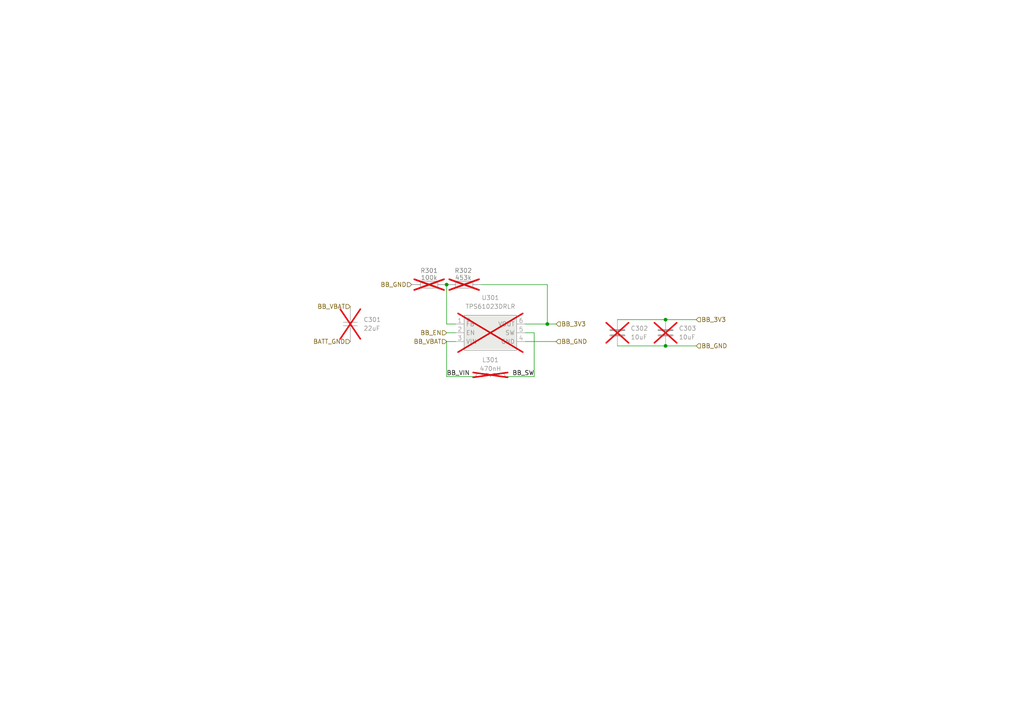
<source format=kicad_sch>
(kicad_sch (version 20250114) (generator "eeschema") (generator_version "9.0")
  (paper "A4")
  (title_block (rev "0") (company "Integrated BioElectronics Laboratory @ NYU Abu Dhabi") (comment 1 "Schematic developed by Hamza Anver"))
  (lib_symbols
    (symbol "Device:C" (pin_numbers (hide yes)) (pin_names (offset 0.254))
      (property "Reference" "C" (at 0.635 2.54 0))
      (property "Value" "C" (at 0.635 -2.54 0))
      (symbol "C_0_1"
        (polyline (pts (xy -2.032 0.762) (xy 2.032 0.762)) (stroke (width 0.508)))
        (polyline (pts (xy -2.032 -0.762) (xy 2.032 -0.762)) (stroke (width 0.508)))
      )
      (symbol "C_1_1"
        (pin passive line (at 0 3.81 270) (length 2.794) (name "~") (number "1"))
        (pin passive line (at 0 -3.81 90) (length 2.794) (name "~") (number "2"))
      )
    )
    (symbol "easyeda2kicad:0603WAF4533T5E" (pin_numbers (hide yes)) (pin_names (hide yes))
      (property "Reference" "R" (at 0 5.08 0))
      (property "Value" "0603WAF4533T5E" (at 0 -5.08 0))
      (symbol "0603WAF4533T5E_0_1"
        (rectangle (start -2.54 1.02) (end 2.54 -1.02) (fill (type background)))
        (pin input line (at -5.08 0 0) (length 2.54) (name "1") (number "1"))
        (pin input line (at 5.08 0 180) (length 2.54) (name "2") (number "2"))
      )
    )
    (symbol "easyeda2kicad:CL21A226MQQNNNE" (pin_numbers (hide yes)) (pin_names (hide yes))
      (property "Reference" "C" (at 0 5.08 0))
      (property "Value" "CL21A226MQQNNNE" (at 0 -5.08 0))
      (symbol "CL21A226MQQNNNE_0_1"
        (polyline (pts (xy -0.51 0) (xy -2.54 0)))
        (polyline (pts (xy -0.51 -2.03) (xy -0.51 2.03)))
        (polyline (pts (xy 0.51 2.03) (xy 0.51 -2.03)))
        (polyline (pts (xy 2.54 0) (xy 0.51 0)))
        (pin unspecified line (at -5.08 0 0) (length 2.54) (name "1") (number "1"))
        (pin unspecified line (at 5.08 0 180) (length 2.54) (name "2") (number "2"))
      )
    )
    (symbol "easyeda2kicad:RC0603FR-07100KL" (pin_numbers (hide yes)) (pin_names (hide yes))
      (property "Reference" "R" (at 0 5.08 0))
      (property "Value" "RC0603FR-07100KL" (at 0 -5.08 0))
      (symbol "RC0603FR-07100KL_0_1"
        (rectangle (start -2.54 1.02) (end 2.54 -1.02) (fill (type background)))
        (pin unspecified line (at -5.08 0 0) (length 2.54) (name "1") (number "1"))
        (pin unspecified line (at 5.08 0 180) (length 2.54) (name "2") (number "2"))
      )
    )
    (symbol "easyeda2kicad:TFM201610ALC-R47MTAA" (pin_numbers (hide yes)) (pin_names (hide yes))
      (property "Reference" "USB" (at 0 5.08 0))
      (property "Value" "TFM201610ALC-R47MTAA" (at 0 -5.08 0))
      (symbol "TFM201610ALC-R47MTAA_0_1"
        (arc (start -2.27 -0.02) (mid -3.28 -0.9427) (end -4.29 -0.02))
        (arc (start -0.11 -0.02) (mid -1.12 -0.9471) (end -2.13 -0.02))
        (arc (start 2.04 -0.02) (mid 1.03 -0.9471) (end 0.02 -0.02))
        (arc (start 4.23 -0.02) (mid 3.22 -0.9471) (end 2.21 -0.02))
        (pin unspecified line (at -5.08 0 0) (length 0.762) (name "1") (number "1"))
        (pin unspecified line (at 5.08 0 180) (length 0.762) (name "2") (number "2"))
      )
    )
    (symbol "easyeda2kicad:TPS61023DRLR"
      (property "Reference" "U" (at 0 7.62 0))
      (property "Value" "TPS61023DRLR" (at 0 -7.62 0))
      (symbol "TPS61023DRLR_0_1"
        (rectangle (start -7.62 5.08) (end 7.62 -5.08) (fill (type background)))
        (circle (center -6.35 3.81) (radius 0.38))
        (pin unspecified line (at -10.16 2.54 0) (length 2.54) (name "FB") (number "1"))
        (pin unspecified line (at -10.16 0 0) (length 2.54) (name "EN") (number "2"))
        (pin unspecified line (at -10.16 -2.54 0) (length 2.54) (name "VIN") (number "3"))
        (pin unspecified line (at 10.16 2.54 180) (length 2.54) (name "VOUT") (number "6"))
        (pin unspecified line (at 10.16 0 180) (length 2.54) (name "SW") (number "5"))
        (pin unspecified line (at 10.16 -2.54 180) (length 2.54) (name "GND") (number "4"))
      )
    )
  )
  (junction (at 193.04 100.33))
  (junction (at 158.75 93.98))
  (junction (at 129.54 82.55))
  (junction (at 193.04 92.71))
  (wire (pts (xy 129.54 99.06) (xy 132.08 99.06)))
  (wire (pts (xy 137.16 109.22) (xy 129.54 109.22)))
  (wire (pts (xy 193.04 100.33) (xy 201.93 100.33)))
  (wire (pts (xy 129.54 109.22) (xy 129.54 99.06)))
  (wire (pts (xy 158.75 93.98) (xy 152.4 93.98)))
  (wire (pts (xy 193.04 92.71) (xy 201.93 92.71)))
  (wire (pts (xy 158.75 82.55) (xy 139.7 82.55)))
  (wire (pts (xy 179.07 100.33) (xy 193.04 100.33)))
  (wire (pts (xy 161.29 93.98) (xy 158.75 93.98)))
  (wire (pts (xy 147.32 109.22) (xy 154.94 109.22)))
  (wire (pts (xy 158.75 93.98) (xy 158.75 82.55)))
  (wire (pts (xy 161.29 99.06) (xy 152.4 99.06)))
  (wire (pts (xy 129.54 93.98) (xy 132.08 93.98)))
  (wire (pts (xy 129.54 96.52) (xy 132.08 96.52)))
  (wire (pts (xy 129.54 82.55) (xy 129.54 93.98)))
  (wire (pts (xy 154.94 96.52) (xy 152.4 96.52)))
  (wire (pts (xy 154.94 109.22) (xy 154.94 96.52)))
  (wire (pts (xy 179.07 92.71) (xy 193.04 92.71)))
  (label "BB_VIN" (at 129.54 109.22 0))
  (label "BB_SW" (at 148.59 109.22 0))
  (hierarchical_label "BB_EN" (shape input) (at 129.54 96.52 180))
  (hierarchical_label "BB_3V3" (shape input) (at 201.93 92.71 0))
  (hierarchical_label "BB_GND" (shape input) (at 119.38 82.55 180))
  (hierarchical_label "BB_VBAT" (shape input) (at 129.54 99.06 180))
  (hierarchical_label "BB_GND" (shape input) (at 161.29 99.06 0))
  (hierarchical_label "BB_VBAT" (shape input) (at 101.6 88.9 180))
  (hierarchical_label "BB_GND" (shape input) (at 201.93 100.33 0))
  (hierarchical_label "BB_3V3" (shape input) (at 161.29 93.98 0))
  (hierarchical_label "BATT_GND" (shape input) (at 101.6 99.06 180))
  (symbol (lib_id "easyeda2kicad:TFM201610ALC-R47MTAA") (at 142.24 109.22 180) (unit 1) (on_board no) (dnp yes)
    (property "Reference" "L301" (at 142.24 104.394 0))
    (property "Value" "470nH" (at 142.24 106.934 0))
    (property "Footprint" "easyeda2kicad:IND-SMD_L2.0-W1.6" (effects (hide yes)))
    (property "Datasheet" "https://www.lcsc.com/datasheet/lcsc_datasheet_2410010003_TDK-TFM201610ALC-R47MTAA_C2045043.pdf" (effects (hide yes)))
    (property "Description" "TFM201610ALC-R47MTAA" (effects (hide yes)))
    (property "LCSC Part" "C2045043" (effects (hide yes)))
  )
  (symbol (lib_id "Device:C") (at 193.04 96.52 0) (unit 1) (on_board no) (dnp yes)
    (property "Reference" "C303" (at 196.85 95.2499 0) (effects (justify left)))
    (property "Value" "10uF" (at 196.85 97.7899 0) (effects (justify left)))
    (property "Footprint" "Capacitor_SMD:C_0603_1608Metric_Pad1.08x0.95mm_HandSolder" (effects (hide yes)))
    (property "Description" "Unpolarized capacitor" (effects (hide yes)))
    (property "LCSC" "C96446" (effects (hide yes)))
    (property "MPN" "CL10A106MA8NRNC" (effects (hide yes)))
  )
  (symbol (lib_id "easyeda2kicad:TPS61023DRLR") (at 142.24 96.52 0) (unit 1) (on_board no) (dnp yes)
    (property "Reference" "U301" (at 142.24 86.36 0))
    (property "Value" "TPS61023DRLR" (at 142.24 88.9 0))
    (property "Footprint" "easyeda2kicad:SOT-563_L1.6-W1.2-P0.50-LS1.6-BR" (effects (hide yes)))
    (property "LCSC Part" "C919459" (effects (hide yes)))
  )
  (symbol (lib_id "easyeda2kicad:CL21A226MQQNNNE") (at 101.6 93.98 270) (unit 1) (on_board no) (dnp yes)
    (property "Reference" "C301" (at 105.41 92.7099 90) (effects (justify left)))
    (property "Value" "22uF" (at 105.41 95.2499 90) (effects (justify left)))
    (property "Footprint" "easyeda2kicad:C0805" (effects (hide yes)))
    (property "Datasheet" "https://lcsc.com/product-detail/Multilayer-Ceramic-Capacitors-MLCC-SMD-SMT_SAMSUNG_CL21A226MQQNNNE_22uF-226-20-6-3V_C5674.html" (effects (hide yes)))
    (property "Description" "CL21A226MQQNNNE" (effects (hide yes)))
    (property "LCSC Part" "C5674" (effects (hide yes)))
  )
  (symbol (lib_id "easyeda2kicad:RC0603FR-07100KL") (at 124.46 82.55 0) (unit 1) (on_board no) (dnp yes)
    (property "Reference" "R301" (at 124.46 78.486 0))
    (property "Value" "100k" (at 124.46 80.518 0))
    (property "Footprint" "easyeda2kicad:R0603" (effects (hide yes)))
    (property "Datasheet" "https://lcsc.com/product-detail/Chip-Resistor-Surface-Mount_100KR-1003-1_C14675.html" (effects (hide yes)))
    (property "Description" "RC0603FR-07100KL" (effects (hide yes)))
    (property "LCSC Part" "C14675" (effects (hide yes)))
  )
  (symbol (lib_id "easyeda2kicad:0603WAF4533T5E") (at 134.62 82.55 0) (unit 1) (on_board no) (dnp yes)
    (property "Reference" "R302" (at 134.366 78.486 0))
    (property "Value" "453k" (at 134.366 80.518 0))
    (property "Footprint" "easyeda2kicad:R0603" (effects (hide yes)))
    (property "Datasheet" "https://lcsc.com/product-detail/Chip-Resistor-Surface-Mount-UniOhm_453KR-4533-1_C25818.html" (effects (hide yes)))
    (property "Description" "0603WAF4533T5E" (effects (hide yes)))
    (property "LCSC Part" "C25818" (effects (hide yes)))
  )
  (symbol (lib_id "Device:C") (at 179.07 96.52 0) (unit 1) (on_board no) (dnp yes)
    (property "Reference" "C302" (at 182.88 95.2499 0) (effects (justify left)))
    (property "Value" "10uF" (at 182.88 97.7899 0) (effects (justify left)))
    (property "Footprint" "Capacitor_SMD:C_0603_1608Metric_Pad1.08x0.95mm_HandSolder" (effects (hide yes)))
    (property "Description" "Unpolarized capacitor" (effects (hide yes)))
    (property "LCSC" "C96446" (effects (hide yes)))
    (property "MPN" "CL10A106MA8NRNC" (effects (hide yes)))
  )
)
</source>
